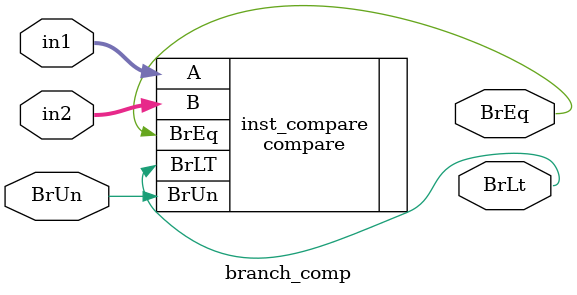
<source format=v>
module branch_comp(in1,in2,BrUn,BrEq,BrLt);
input [31:0] in1,
             in2;

input BrUn;
output BrEq;
output BrLt;
compare inst_compare (  
 .A(in1),  
 .B(in2), 
 .BrUn(BrUn), 
 .BrEq(BrEq), 
  .BrLT(BrLt)
  );
endmodule

</source>
